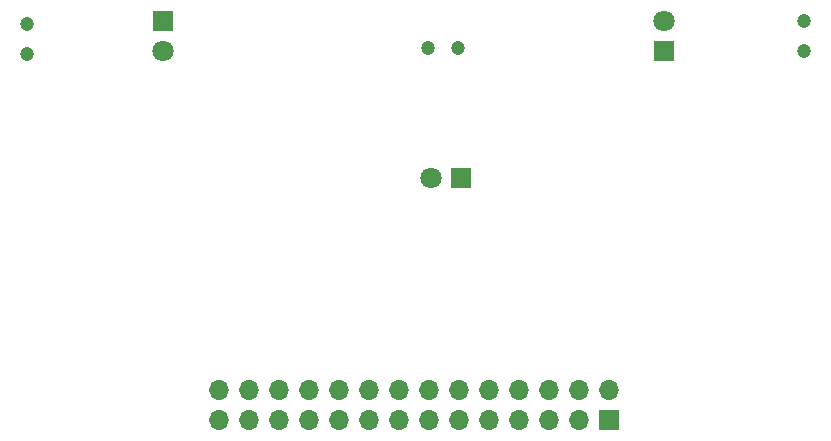
<source format=gbr>
%TF.GenerationSoftware,KiCad,Pcbnew,8.0.0*%
%TF.CreationDate,2024-03-24T21:45:21+02:00*%
%TF.ProjectId,pcb,7063622e-6b69-4636-9164-5f7063625858,rev?*%
%TF.SameCoordinates,Original*%
%TF.FileFunction,Soldermask,Bot*%
%TF.FilePolarity,Negative*%
%FSLAX46Y46*%
G04 Gerber Fmt 4.6, Leading zero omitted, Abs format (unit mm)*
G04 Created by KiCad (PCBNEW 8.0.0) date 2024-03-24 21:45:21*
%MOMM*%
%LPD*%
G01*
G04 APERTURE LIST*
%ADD10R,1.800000X1.800000*%
%ADD11C,1.800000*%
%ADD12C,1.200000*%
%ADD13R,1.700000X1.700000*%
%ADD14O,1.700000X1.700000*%
G04 APERTURE END LIST*
D10*
%TO.C,U1*%
X129025000Y-65725000D03*
D11*
X129025000Y-68265000D03*
%TD*%
D12*
%TO.C,U5*%
X154040000Y-68000000D03*
X151500000Y-68000000D03*
%TD*%
%TO.C,U6*%
X183300000Y-68270000D03*
X183300000Y-65730000D03*
%TD*%
D10*
%TO.C,U2*%
X154275000Y-79025000D03*
D11*
X151735000Y-79025000D03*
%TD*%
D10*
%TO.C,U3*%
X171475000Y-68275000D03*
D11*
X171475000Y-65735000D03*
%TD*%
D12*
%TO.C,U4*%
X117500000Y-65960000D03*
X117500000Y-68500000D03*
%TD*%
D13*
%TO.C,J3*%
X166820000Y-99540000D03*
D14*
X166820000Y-97000000D03*
X164280000Y-99540000D03*
X164280000Y-97000000D03*
X161740000Y-99540000D03*
X161740000Y-97000000D03*
X159200000Y-99540000D03*
X159200000Y-97000000D03*
X156660000Y-99540000D03*
X156660000Y-97000000D03*
X154120000Y-99540000D03*
X154120000Y-97000000D03*
X151580000Y-99540000D03*
X151580000Y-97000000D03*
X149040000Y-99540000D03*
X149040000Y-97000000D03*
X146500000Y-99540000D03*
X146500000Y-97000000D03*
X143960000Y-99540000D03*
X143960000Y-97000000D03*
X141420000Y-99540000D03*
X141420000Y-97000000D03*
X138880000Y-99540000D03*
X138880000Y-97000000D03*
X136340000Y-99540000D03*
X136340000Y-97000000D03*
X133800000Y-99540000D03*
X133800000Y-97000000D03*
%TD*%
M02*

</source>
